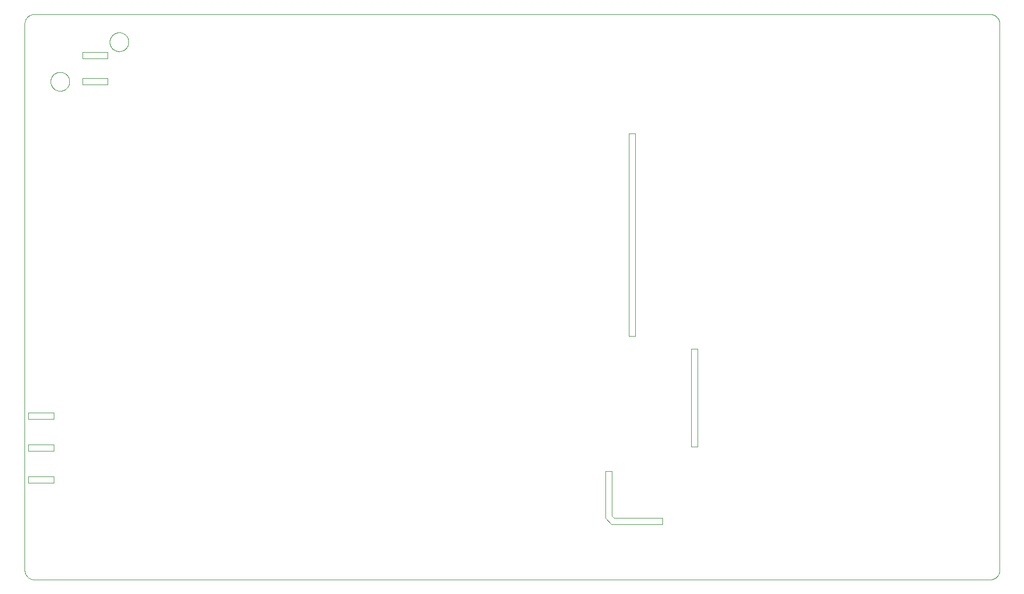
<source format=gko>
G75*
%MOIN*%
%OFA0B0*%
%FSLAX25Y25*%
%IPPOS*%
%LPD*%
%AMOC8*
5,1,8,0,0,1.08239X$1,22.5*
%
%ADD10C,0.00394*%
%ADD11C,0.00400*%
%ADD12C,0.00000*%
D10*
X0029727Y0018748D02*
X0029727Y0361268D01*
X0029729Y0361420D01*
X0029735Y0361572D01*
X0029745Y0361724D01*
X0029758Y0361875D01*
X0029776Y0362026D01*
X0029797Y0362177D01*
X0029823Y0362327D01*
X0029852Y0362476D01*
X0029885Y0362625D01*
X0029922Y0362772D01*
X0029962Y0362919D01*
X0030007Y0363064D01*
X0030055Y0363208D01*
X0030107Y0363351D01*
X0030162Y0363493D01*
X0030221Y0363633D01*
X0030284Y0363772D01*
X0030350Y0363909D01*
X0030420Y0364044D01*
X0030493Y0364177D01*
X0030570Y0364308D01*
X0030650Y0364438D01*
X0030733Y0364565D01*
X0030819Y0364690D01*
X0030909Y0364813D01*
X0031002Y0364933D01*
X0031098Y0365051D01*
X0031197Y0365167D01*
X0031299Y0365280D01*
X0031403Y0365390D01*
X0031511Y0365498D01*
X0031621Y0365602D01*
X0031734Y0365704D01*
X0031850Y0365803D01*
X0031968Y0365899D01*
X0032088Y0365992D01*
X0032211Y0366082D01*
X0032336Y0366168D01*
X0032463Y0366251D01*
X0032593Y0366331D01*
X0032724Y0366408D01*
X0032857Y0366481D01*
X0032992Y0366551D01*
X0033129Y0366617D01*
X0033268Y0366680D01*
X0033408Y0366739D01*
X0033550Y0366794D01*
X0033693Y0366846D01*
X0033837Y0366894D01*
X0033982Y0366939D01*
X0034129Y0366979D01*
X0034276Y0367016D01*
X0034425Y0367049D01*
X0034574Y0367078D01*
X0034724Y0367104D01*
X0034875Y0367125D01*
X0035026Y0367143D01*
X0035177Y0367156D01*
X0035329Y0367166D01*
X0035481Y0367172D01*
X0035633Y0367174D01*
X0035633Y0367173D02*
X0634058Y0367173D01*
X0634058Y0367174D02*
X0634210Y0367172D01*
X0634362Y0367166D01*
X0634514Y0367156D01*
X0634665Y0367143D01*
X0634816Y0367125D01*
X0634967Y0367104D01*
X0635117Y0367078D01*
X0635266Y0367049D01*
X0635415Y0367016D01*
X0635562Y0366979D01*
X0635709Y0366939D01*
X0635854Y0366894D01*
X0635998Y0366846D01*
X0636141Y0366794D01*
X0636283Y0366739D01*
X0636423Y0366680D01*
X0636562Y0366617D01*
X0636699Y0366551D01*
X0636834Y0366481D01*
X0636967Y0366408D01*
X0637098Y0366331D01*
X0637228Y0366251D01*
X0637355Y0366168D01*
X0637480Y0366082D01*
X0637603Y0365992D01*
X0637723Y0365899D01*
X0637841Y0365803D01*
X0637957Y0365704D01*
X0638070Y0365602D01*
X0638180Y0365498D01*
X0638288Y0365390D01*
X0638392Y0365280D01*
X0638494Y0365167D01*
X0638593Y0365051D01*
X0638689Y0364933D01*
X0638782Y0364813D01*
X0638872Y0364690D01*
X0638958Y0364565D01*
X0639041Y0364438D01*
X0639121Y0364308D01*
X0639198Y0364177D01*
X0639271Y0364044D01*
X0639341Y0363909D01*
X0639407Y0363772D01*
X0639470Y0363633D01*
X0639529Y0363493D01*
X0639584Y0363351D01*
X0639636Y0363208D01*
X0639684Y0363064D01*
X0639729Y0362919D01*
X0639769Y0362772D01*
X0639806Y0362625D01*
X0639839Y0362476D01*
X0639868Y0362327D01*
X0639894Y0362177D01*
X0639915Y0362026D01*
X0639933Y0361875D01*
X0639946Y0361724D01*
X0639956Y0361572D01*
X0639962Y0361420D01*
X0639964Y0361268D01*
X0639963Y0361268D02*
X0639963Y0223841D01*
X0639963Y0223778D02*
X0639963Y0018748D01*
X0639964Y0018748D02*
X0639962Y0018596D01*
X0639956Y0018444D01*
X0639946Y0018292D01*
X0639933Y0018141D01*
X0639915Y0017990D01*
X0639894Y0017839D01*
X0639868Y0017689D01*
X0639839Y0017540D01*
X0639806Y0017391D01*
X0639769Y0017244D01*
X0639729Y0017097D01*
X0639684Y0016952D01*
X0639636Y0016808D01*
X0639584Y0016665D01*
X0639529Y0016523D01*
X0639470Y0016383D01*
X0639407Y0016244D01*
X0639341Y0016107D01*
X0639271Y0015972D01*
X0639198Y0015839D01*
X0639121Y0015708D01*
X0639041Y0015578D01*
X0638958Y0015451D01*
X0638872Y0015326D01*
X0638782Y0015203D01*
X0638689Y0015083D01*
X0638593Y0014965D01*
X0638494Y0014849D01*
X0638392Y0014736D01*
X0638288Y0014626D01*
X0638180Y0014518D01*
X0638070Y0014414D01*
X0637957Y0014312D01*
X0637841Y0014213D01*
X0637723Y0014117D01*
X0637603Y0014024D01*
X0637480Y0013934D01*
X0637355Y0013848D01*
X0637228Y0013765D01*
X0637098Y0013685D01*
X0636967Y0013608D01*
X0636834Y0013535D01*
X0636699Y0013465D01*
X0636562Y0013399D01*
X0636423Y0013336D01*
X0636283Y0013277D01*
X0636141Y0013222D01*
X0635998Y0013170D01*
X0635854Y0013122D01*
X0635709Y0013077D01*
X0635562Y0013037D01*
X0635415Y0013000D01*
X0635266Y0012967D01*
X0635117Y0012938D01*
X0634967Y0012912D01*
X0634816Y0012891D01*
X0634665Y0012873D01*
X0634514Y0012860D01*
X0634362Y0012850D01*
X0634210Y0012844D01*
X0634058Y0012842D01*
X0634058Y0012843D02*
X0035633Y0012843D01*
X0035633Y0012842D02*
X0035481Y0012844D01*
X0035329Y0012850D01*
X0035177Y0012860D01*
X0035026Y0012873D01*
X0034875Y0012891D01*
X0034724Y0012912D01*
X0034574Y0012938D01*
X0034425Y0012967D01*
X0034276Y0013000D01*
X0034129Y0013037D01*
X0033982Y0013077D01*
X0033837Y0013122D01*
X0033693Y0013170D01*
X0033550Y0013222D01*
X0033408Y0013277D01*
X0033268Y0013336D01*
X0033129Y0013399D01*
X0032992Y0013465D01*
X0032857Y0013535D01*
X0032724Y0013608D01*
X0032593Y0013685D01*
X0032463Y0013765D01*
X0032336Y0013848D01*
X0032211Y0013934D01*
X0032088Y0014024D01*
X0031968Y0014117D01*
X0031850Y0014213D01*
X0031734Y0014312D01*
X0031621Y0014414D01*
X0031511Y0014518D01*
X0031403Y0014626D01*
X0031299Y0014736D01*
X0031197Y0014849D01*
X0031098Y0014965D01*
X0031002Y0015083D01*
X0030909Y0015203D01*
X0030819Y0015326D01*
X0030733Y0015451D01*
X0030650Y0015578D01*
X0030570Y0015708D01*
X0030493Y0015839D01*
X0030420Y0015972D01*
X0030350Y0016107D01*
X0030284Y0016244D01*
X0030221Y0016383D01*
X0030162Y0016523D01*
X0030107Y0016665D01*
X0030055Y0016808D01*
X0030007Y0016952D01*
X0029962Y0017097D01*
X0029922Y0017244D01*
X0029885Y0017391D01*
X0029852Y0017540D01*
X0029823Y0017689D01*
X0029797Y0017839D01*
X0029776Y0017990D01*
X0029758Y0018141D01*
X0029745Y0018292D01*
X0029735Y0018444D01*
X0029729Y0018596D01*
X0029727Y0018748D01*
X0032089Y0073551D02*
X0032089Y0077488D01*
X0047837Y0077488D01*
X0047837Y0073551D01*
X0032089Y0073551D01*
X0032089Y0093551D02*
X0032089Y0097488D01*
X0047837Y0097488D01*
X0047837Y0093551D01*
X0032089Y0093551D01*
X0032089Y0113551D02*
X0032089Y0117488D01*
X0047837Y0117488D01*
X0047837Y0113551D01*
X0032089Y0113551D01*
X0065809Y0323051D02*
X0065809Y0326988D01*
X0081557Y0326988D01*
X0081557Y0323051D01*
X0065809Y0323051D01*
X0065809Y0339587D02*
X0065809Y0343524D01*
X0081557Y0343524D01*
X0081557Y0339587D01*
X0065809Y0339587D01*
D11*
X0407977Y0292343D02*
X0407977Y0165343D01*
X0411977Y0165343D01*
X0411977Y0292343D01*
X0407977Y0292343D01*
X0446977Y0157593D02*
X0450977Y0157593D01*
X0450977Y0096093D01*
X0446977Y0096093D01*
X0446977Y0157593D01*
X0397227Y0080711D02*
X0393227Y0080711D01*
X0393227Y0051343D01*
X0396977Y0047593D01*
X0428845Y0047593D01*
X0428845Y0051593D01*
X0398477Y0051593D01*
X0397227Y0052843D01*
X0397227Y0080711D01*
D12*
X0045927Y0325020D02*
X0045929Y0325173D01*
X0045935Y0325327D01*
X0045945Y0325480D01*
X0045959Y0325632D01*
X0045977Y0325785D01*
X0045999Y0325936D01*
X0046024Y0326087D01*
X0046054Y0326238D01*
X0046088Y0326388D01*
X0046125Y0326536D01*
X0046166Y0326684D01*
X0046211Y0326830D01*
X0046260Y0326976D01*
X0046313Y0327120D01*
X0046369Y0327262D01*
X0046429Y0327403D01*
X0046493Y0327543D01*
X0046560Y0327681D01*
X0046631Y0327817D01*
X0046706Y0327951D01*
X0046783Y0328083D01*
X0046865Y0328213D01*
X0046949Y0328341D01*
X0047037Y0328467D01*
X0047128Y0328590D01*
X0047222Y0328711D01*
X0047320Y0328829D01*
X0047420Y0328945D01*
X0047524Y0329058D01*
X0047630Y0329169D01*
X0047739Y0329277D01*
X0047851Y0329382D01*
X0047965Y0329483D01*
X0048083Y0329582D01*
X0048202Y0329678D01*
X0048324Y0329771D01*
X0048449Y0329860D01*
X0048576Y0329947D01*
X0048705Y0330029D01*
X0048836Y0330109D01*
X0048969Y0330185D01*
X0049104Y0330258D01*
X0049241Y0330327D01*
X0049380Y0330392D01*
X0049520Y0330454D01*
X0049662Y0330512D01*
X0049805Y0330567D01*
X0049950Y0330618D01*
X0050096Y0330665D01*
X0050243Y0330708D01*
X0050391Y0330747D01*
X0050540Y0330783D01*
X0050690Y0330814D01*
X0050841Y0330842D01*
X0050992Y0330866D01*
X0051145Y0330886D01*
X0051297Y0330902D01*
X0051450Y0330914D01*
X0051603Y0330922D01*
X0051756Y0330926D01*
X0051910Y0330926D01*
X0052063Y0330922D01*
X0052216Y0330914D01*
X0052369Y0330902D01*
X0052521Y0330886D01*
X0052674Y0330866D01*
X0052825Y0330842D01*
X0052976Y0330814D01*
X0053126Y0330783D01*
X0053275Y0330747D01*
X0053423Y0330708D01*
X0053570Y0330665D01*
X0053716Y0330618D01*
X0053861Y0330567D01*
X0054004Y0330512D01*
X0054146Y0330454D01*
X0054286Y0330392D01*
X0054425Y0330327D01*
X0054562Y0330258D01*
X0054697Y0330185D01*
X0054830Y0330109D01*
X0054961Y0330029D01*
X0055090Y0329947D01*
X0055217Y0329860D01*
X0055342Y0329771D01*
X0055464Y0329678D01*
X0055583Y0329582D01*
X0055701Y0329483D01*
X0055815Y0329382D01*
X0055927Y0329277D01*
X0056036Y0329169D01*
X0056142Y0329058D01*
X0056246Y0328945D01*
X0056346Y0328829D01*
X0056444Y0328711D01*
X0056538Y0328590D01*
X0056629Y0328467D01*
X0056717Y0328341D01*
X0056801Y0328213D01*
X0056883Y0328083D01*
X0056960Y0327951D01*
X0057035Y0327817D01*
X0057106Y0327681D01*
X0057173Y0327543D01*
X0057237Y0327403D01*
X0057297Y0327262D01*
X0057353Y0327120D01*
X0057406Y0326976D01*
X0057455Y0326830D01*
X0057500Y0326684D01*
X0057541Y0326536D01*
X0057578Y0326388D01*
X0057612Y0326238D01*
X0057642Y0326087D01*
X0057667Y0325936D01*
X0057689Y0325785D01*
X0057707Y0325632D01*
X0057721Y0325480D01*
X0057731Y0325327D01*
X0057737Y0325173D01*
X0057739Y0325020D01*
X0057737Y0324867D01*
X0057731Y0324713D01*
X0057721Y0324560D01*
X0057707Y0324408D01*
X0057689Y0324255D01*
X0057667Y0324104D01*
X0057642Y0323953D01*
X0057612Y0323802D01*
X0057578Y0323652D01*
X0057541Y0323504D01*
X0057500Y0323356D01*
X0057455Y0323210D01*
X0057406Y0323064D01*
X0057353Y0322920D01*
X0057297Y0322778D01*
X0057237Y0322637D01*
X0057173Y0322497D01*
X0057106Y0322359D01*
X0057035Y0322223D01*
X0056960Y0322089D01*
X0056883Y0321957D01*
X0056801Y0321827D01*
X0056717Y0321699D01*
X0056629Y0321573D01*
X0056538Y0321450D01*
X0056444Y0321329D01*
X0056346Y0321211D01*
X0056246Y0321095D01*
X0056142Y0320982D01*
X0056036Y0320871D01*
X0055927Y0320763D01*
X0055815Y0320658D01*
X0055701Y0320557D01*
X0055583Y0320458D01*
X0055464Y0320362D01*
X0055342Y0320269D01*
X0055217Y0320180D01*
X0055090Y0320093D01*
X0054961Y0320011D01*
X0054830Y0319931D01*
X0054697Y0319855D01*
X0054562Y0319782D01*
X0054425Y0319713D01*
X0054286Y0319648D01*
X0054146Y0319586D01*
X0054004Y0319528D01*
X0053861Y0319473D01*
X0053716Y0319422D01*
X0053570Y0319375D01*
X0053423Y0319332D01*
X0053275Y0319293D01*
X0053126Y0319257D01*
X0052976Y0319226D01*
X0052825Y0319198D01*
X0052674Y0319174D01*
X0052521Y0319154D01*
X0052369Y0319138D01*
X0052216Y0319126D01*
X0052063Y0319118D01*
X0051910Y0319114D01*
X0051756Y0319114D01*
X0051603Y0319118D01*
X0051450Y0319126D01*
X0051297Y0319138D01*
X0051145Y0319154D01*
X0050992Y0319174D01*
X0050841Y0319198D01*
X0050690Y0319226D01*
X0050540Y0319257D01*
X0050391Y0319293D01*
X0050243Y0319332D01*
X0050096Y0319375D01*
X0049950Y0319422D01*
X0049805Y0319473D01*
X0049662Y0319528D01*
X0049520Y0319586D01*
X0049380Y0319648D01*
X0049241Y0319713D01*
X0049104Y0319782D01*
X0048969Y0319855D01*
X0048836Y0319931D01*
X0048705Y0320011D01*
X0048576Y0320093D01*
X0048449Y0320180D01*
X0048324Y0320269D01*
X0048202Y0320362D01*
X0048083Y0320458D01*
X0047965Y0320557D01*
X0047851Y0320658D01*
X0047739Y0320763D01*
X0047630Y0320871D01*
X0047524Y0320982D01*
X0047420Y0321095D01*
X0047320Y0321211D01*
X0047222Y0321329D01*
X0047128Y0321450D01*
X0047037Y0321573D01*
X0046949Y0321699D01*
X0046865Y0321827D01*
X0046783Y0321957D01*
X0046706Y0322089D01*
X0046631Y0322223D01*
X0046560Y0322359D01*
X0046493Y0322497D01*
X0046429Y0322637D01*
X0046369Y0322778D01*
X0046313Y0322920D01*
X0046260Y0323064D01*
X0046211Y0323210D01*
X0046166Y0323356D01*
X0046125Y0323504D01*
X0046088Y0323652D01*
X0046054Y0323802D01*
X0046024Y0323953D01*
X0045999Y0324104D01*
X0045977Y0324255D01*
X0045959Y0324408D01*
X0045945Y0324560D01*
X0045935Y0324713D01*
X0045929Y0324867D01*
X0045927Y0325020D01*
X0082935Y0349823D02*
X0082937Y0349976D01*
X0082943Y0350130D01*
X0082953Y0350283D01*
X0082967Y0350435D01*
X0082985Y0350588D01*
X0083007Y0350739D01*
X0083032Y0350890D01*
X0083062Y0351041D01*
X0083096Y0351191D01*
X0083133Y0351339D01*
X0083174Y0351487D01*
X0083219Y0351633D01*
X0083268Y0351779D01*
X0083321Y0351923D01*
X0083377Y0352065D01*
X0083437Y0352206D01*
X0083501Y0352346D01*
X0083568Y0352484D01*
X0083639Y0352620D01*
X0083714Y0352754D01*
X0083791Y0352886D01*
X0083873Y0353016D01*
X0083957Y0353144D01*
X0084045Y0353270D01*
X0084136Y0353393D01*
X0084230Y0353514D01*
X0084328Y0353632D01*
X0084428Y0353748D01*
X0084532Y0353861D01*
X0084638Y0353972D01*
X0084747Y0354080D01*
X0084859Y0354185D01*
X0084973Y0354286D01*
X0085091Y0354385D01*
X0085210Y0354481D01*
X0085332Y0354574D01*
X0085457Y0354663D01*
X0085584Y0354750D01*
X0085713Y0354832D01*
X0085844Y0354912D01*
X0085977Y0354988D01*
X0086112Y0355061D01*
X0086249Y0355130D01*
X0086388Y0355195D01*
X0086528Y0355257D01*
X0086670Y0355315D01*
X0086813Y0355370D01*
X0086958Y0355421D01*
X0087104Y0355468D01*
X0087251Y0355511D01*
X0087399Y0355550D01*
X0087548Y0355586D01*
X0087698Y0355617D01*
X0087849Y0355645D01*
X0088000Y0355669D01*
X0088153Y0355689D01*
X0088305Y0355705D01*
X0088458Y0355717D01*
X0088611Y0355725D01*
X0088764Y0355729D01*
X0088918Y0355729D01*
X0089071Y0355725D01*
X0089224Y0355717D01*
X0089377Y0355705D01*
X0089529Y0355689D01*
X0089682Y0355669D01*
X0089833Y0355645D01*
X0089984Y0355617D01*
X0090134Y0355586D01*
X0090283Y0355550D01*
X0090431Y0355511D01*
X0090578Y0355468D01*
X0090724Y0355421D01*
X0090869Y0355370D01*
X0091012Y0355315D01*
X0091154Y0355257D01*
X0091294Y0355195D01*
X0091433Y0355130D01*
X0091570Y0355061D01*
X0091705Y0354988D01*
X0091838Y0354912D01*
X0091969Y0354832D01*
X0092098Y0354750D01*
X0092225Y0354663D01*
X0092350Y0354574D01*
X0092472Y0354481D01*
X0092591Y0354385D01*
X0092709Y0354286D01*
X0092823Y0354185D01*
X0092935Y0354080D01*
X0093044Y0353972D01*
X0093150Y0353861D01*
X0093254Y0353748D01*
X0093354Y0353632D01*
X0093452Y0353514D01*
X0093546Y0353393D01*
X0093637Y0353270D01*
X0093725Y0353144D01*
X0093809Y0353016D01*
X0093891Y0352886D01*
X0093968Y0352754D01*
X0094043Y0352620D01*
X0094114Y0352484D01*
X0094181Y0352346D01*
X0094245Y0352206D01*
X0094305Y0352065D01*
X0094361Y0351923D01*
X0094414Y0351779D01*
X0094463Y0351633D01*
X0094508Y0351487D01*
X0094549Y0351339D01*
X0094586Y0351191D01*
X0094620Y0351041D01*
X0094650Y0350890D01*
X0094675Y0350739D01*
X0094697Y0350588D01*
X0094715Y0350435D01*
X0094729Y0350283D01*
X0094739Y0350130D01*
X0094745Y0349976D01*
X0094747Y0349823D01*
X0094745Y0349670D01*
X0094739Y0349516D01*
X0094729Y0349363D01*
X0094715Y0349211D01*
X0094697Y0349058D01*
X0094675Y0348907D01*
X0094650Y0348756D01*
X0094620Y0348605D01*
X0094586Y0348455D01*
X0094549Y0348307D01*
X0094508Y0348159D01*
X0094463Y0348013D01*
X0094414Y0347867D01*
X0094361Y0347723D01*
X0094305Y0347581D01*
X0094245Y0347440D01*
X0094181Y0347300D01*
X0094114Y0347162D01*
X0094043Y0347026D01*
X0093968Y0346892D01*
X0093891Y0346760D01*
X0093809Y0346630D01*
X0093725Y0346502D01*
X0093637Y0346376D01*
X0093546Y0346253D01*
X0093452Y0346132D01*
X0093354Y0346014D01*
X0093254Y0345898D01*
X0093150Y0345785D01*
X0093044Y0345674D01*
X0092935Y0345566D01*
X0092823Y0345461D01*
X0092709Y0345360D01*
X0092591Y0345261D01*
X0092472Y0345165D01*
X0092350Y0345072D01*
X0092225Y0344983D01*
X0092098Y0344896D01*
X0091969Y0344814D01*
X0091838Y0344734D01*
X0091705Y0344658D01*
X0091570Y0344585D01*
X0091433Y0344516D01*
X0091294Y0344451D01*
X0091154Y0344389D01*
X0091012Y0344331D01*
X0090869Y0344276D01*
X0090724Y0344225D01*
X0090578Y0344178D01*
X0090431Y0344135D01*
X0090283Y0344096D01*
X0090134Y0344060D01*
X0089984Y0344029D01*
X0089833Y0344001D01*
X0089682Y0343977D01*
X0089529Y0343957D01*
X0089377Y0343941D01*
X0089224Y0343929D01*
X0089071Y0343921D01*
X0088918Y0343917D01*
X0088764Y0343917D01*
X0088611Y0343921D01*
X0088458Y0343929D01*
X0088305Y0343941D01*
X0088153Y0343957D01*
X0088000Y0343977D01*
X0087849Y0344001D01*
X0087698Y0344029D01*
X0087548Y0344060D01*
X0087399Y0344096D01*
X0087251Y0344135D01*
X0087104Y0344178D01*
X0086958Y0344225D01*
X0086813Y0344276D01*
X0086670Y0344331D01*
X0086528Y0344389D01*
X0086388Y0344451D01*
X0086249Y0344516D01*
X0086112Y0344585D01*
X0085977Y0344658D01*
X0085844Y0344734D01*
X0085713Y0344814D01*
X0085584Y0344896D01*
X0085457Y0344983D01*
X0085332Y0345072D01*
X0085210Y0345165D01*
X0085091Y0345261D01*
X0084973Y0345360D01*
X0084859Y0345461D01*
X0084747Y0345566D01*
X0084638Y0345674D01*
X0084532Y0345785D01*
X0084428Y0345898D01*
X0084328Y0346014D01*
X0084230Y0346132D01*
X0084136Y0346253D01*
X0084045Y0346376D01*
X0083957Y0346502D01*
X0083873Y0346630D01*
X0083791Y0346760D01*
X0083714Y0346892D01*
X0083639Y0347026D01*
X0083568Y0347162D01*
X0083501Y0347300D01*
X0083437Y0347440D01*
X0083377Y0347581D01*
X0083321Y0347723D01*
X0083268Y0347867D01*
X0083219Y0348013D01*
X0083174Y0348159D01*
X0083133Y0348307D01*
X0083096Y0348455D01*
X0083062Y0348605D01*
X0083032Y0348756D01*
X0083007Y0348907D01*
X0082985Y0349058D01*
X0082967Y0349211D01*
X0082953Y0349363D01*
X0082943Y0349516D01*
X0082937Y0349670D01*
X0082935Y0349823D01*
M02*

</source>
